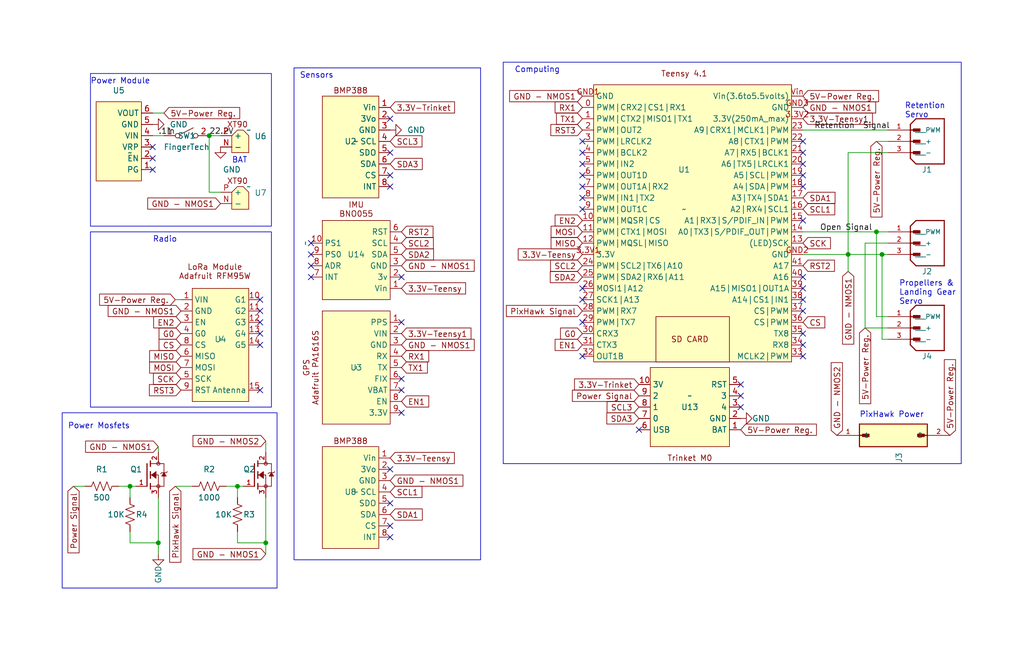
<source format=kicad_sch>
(kicad_sch (version 20230121) (generator eeschema)
  (paper "User" 229.997 150.012)
  (title_block (title "PCB Design Schematic") (date "2024-01-06") (rev "3") (company "Anthony Konstantinidi and Kathleen Arrington"))
  (lib_symbols
    (symbol "BMP388:BMP388"
      (property "Reference" "U" (at 1.27 0 0))
      (symbol "BMP388_1_1"
        (rectangle (start -6.35 10.16) (end 6.35 -12.7) (fill (type background)))
        (text "BMP388" (at 0 11.43 0) (effects (font (size 1.27 1.27))))
        (pin input line (at 8.89 7.62 180) (length 2.54) (name "Vin") (number "1"))
        (pin input line (at 8.89 5.08 180) (length 2.54) (name "3Vo") (number "2"))
        (pin input line (at 8.89 2.54 180) (length 2.54) (name "GND") (number "3"))
        (pin input line (at 8.89 0 180) (length 2.54) (name "SCL") (number "4"))
        (pin input line (at 8.89 -2.54 180) (length 2.54) (name "SDO") (number "5"))
        (pin input line (at 8.89 -5.08 180) (length 2.54) (name "SDA") (number "6"))
        (pin input line (at 8.89 -7.62 180) (length 2.54) (name "CS") (number "7"))
        (pin input line (at 8.89 -10.16 180) (length 2.54) (name "INT") (number "8"))
      )
    )
    (symbol "BNO055:BNO055"
      (property "Reference" "U" (at 0 -1.27 0))
      (symbol "BNO055_1_1"
        (rectangle (start -7.62 7.62) (end 7.62 -10.16) (fill (type background)))
        (text "IMU\nBNO055" (at 0 10.16 0) (effects (font (size 1.27 1.27))))
        (pin bidirectional line (at 10.16 -7.62 180) (length 2.54) (name "Vin") (number "1"))
        (pin bidirectional line (at -10.16 2.54 0) (length 2.54) (name "PS1") (number "10"))
        (pin bidirectional line (at 10.16 -5.08 180) (length 2.54) (name "3v") (number "2"))
        (pin bidirectional line (at 10.16 -2.54 180) (length 2.54) (name "GND") (number "3"))
        (pin bidirectional line (at 10.16 2.54 180) (length 2.54) (name "SCL") (number "4"))
        (pin bidirectional line (at 10.16 0 180) (length 2.54) (name "SDA") (number "5"))
        (pin bidirectional line (at 10.16 5.08 180) (length 2.54) (name "RST") (number "6"))
        (pin bidirectional line (at -10.16 -5.08 0) (length 2.54) (name "INT") (number "7"))
        (pin bidirectional line (at -10.16 -2.54 0) (length 2.54) (name "ADR") (number "8"))
        (pin bidirectional line (at -10.16 0 0) (length 2.54) (name "PS0") (number "9"))
      )
    )
    (symbol "Device:R_US" (pin_numbers hide) (pin_names (offset 0))
      (property "Reference" "R" (at 2.54 0 90))
      (property "Value" "R_US" (at -2.54 0 90))
      (symbol "R_US_0_1"
        (polyline (pts (xy 0 -2.286) (xy 0 -2.54)))
        (polyline (pts (xy 0 2.286) (xy 0 2.54)))
        (polyline (pts (xy 0 -0.762) (xy 1.016 -1.143) (xy 0 -1.524) (xy -1.016 -1.905) (xy 0 -2.286)))
        (polyline (pts (xy 0 0.762) (xy 1.016 0.381) (xy 0 0) (xy -1.016 -0.381) (xy 0 -0.762)))
        (polyline (pts (xy 0 2.286) (xy 1.016 1.905) (xy 0 1.524) (xy -1.016 1.143) (xy 0 0.762)))
      )
      (symbol "R_US_1_1"
        (pin passive line (at 0 3.81 270) (length 1.27) (name "~") (number "1"))
        (pin passive line (at 0 -3.81 90) (length 1.27) (name "~") (number "2"))
      )
    )
    (symbol "GPS:Adafruit_PA1616S"
      (property "Reference" "U" (at 0 0 0))
      (symbol "Adafruit_PA1616S_1_1"
        (rectangle (start -12.7 7.62) (end 12.7 -7.62) (fill (type background)))
        (text "GPS\nAdafruit PA1616S" (at 0 10.16 0) (effects (font (size 1.27 1.27))))
        (pin bidirectional line (at 10.16 -10.16 90) (length 2.54) (name "PPS") (number "1"))
        (pin bidirectional line (at 7.62 -10.16 90) (length 2.54) (name "VIN") (number "2"))
        (pin bidirectional line (at 5.08 -10.16 90) (length 2.54) (name "GND") (number "3"))
        (pin bidirectional line (at 2.54 -10.16 90) (length 2.54) (name "RX") (number "4"))
        (pin bidirectional line (at 0 -10.16 90) (length 2.54) (name "TX") (number "5"))
        (pin bidirectional line (at -2.54 -10.16 90) (length 2.54) (name "FIX") (number "6"))
        (pin bidirectional line (at -5.08 -10.16 90) (length 2.54) (name "VBAT") (number "7"))
        (pin bidirectional line (at -7.62 -10.16 90) (length 2.54) (name "EN") (number "8"))
        (pin bidirectional line (at -10.16 -10.16 90) (length 2.54) (name "3.3V") (number "9"))
      )
    )
    (symbol "MCUs:Teensy_4.1"
      (property "Reference" "U" (at 0 0 0))
      (symbol "Teensy_4.1_1_1"
        (rectangle (start -20.32 27.94) (end 24.13 -34.29) (fill (type background)))
        (rectangle (start -6.35 -24.13) (end 10.16 -34.29))
        (text "SD CARD" (at 1.27 -29.21 0) (effects (font (size 1.27 1.27))))
        (text "Teensy 4.1" (at 0 30.48 0) (effects (font (size 1.27 1.27))))
        (pin input line (at -22.86 22.86 0) (length 2.54) (name "PWM|CRX2|CS1|RX1") (number "0"))
        (pin input line (at -22.86 20.32 0) (length 2.54) (name "PWM|CTX2|MISO1|TX1") (number "1"))
        (pin input line (at -22.86 -2.54 0) (length 2.54) (name "PWM|MQSR|CS") (number "10"))
        (pin input line (at -22.86 -5.08 0) (length 2.54) (name "PWM|CTX1|MOSI") (number "11"))
        (pin input line (at -22.86 -7.62 0) (length 2.54) (name "PWM|MQSL|MISO") (number "12"))
        (pin input line (at 26.67 -7.62 180) (length 2.54) (name "(LED)SCK") (number "13"))
        (pin input line (at 26.67 -5.08 180) (length 2.54) (name "A0|TX3|S/PDIF_OUT|PWM") (number "14"))
        (pin input line (at 26.67 -2.54 180) (length 2.54) (name "A1|RX3|S/PDIF_IN|PWM") (number "15"))
        (pin input line (at 26.67 0 180) (length 2.54) (name "A2|RX4|SCL1") (number "16"))
        (pin input line (at 26.67 2.54 180) (length 2.54) (name "A3|TX4|SDA1") (number "17"))
        (pin input line (at 26.67 5.08 180) (length 2.54) (name "A4|SDA|PWM") (number "18"))
        (pin input line (at 26.67 7.62 180) (length 2.54) (name "A5|SCL|PWM") (number "19"))
        (pin input line (at -22.86 17.78 0) (length 2.54) (name "PWM|OUT2") (number "2"))
        (pin input line (at 26.67 10.16 180) (length 2.54) (name "A6|TX5|LRCLK1") (number "20"))
        (pin input line (at 26.67 12.7 180) (length 2.54) (name "A7|RX5|BCLK1") (number "21"))
        (pin input line (at 26.67 15.24 180) (length 2.54) (name "A8|CTX1|PWM") (number "22"))
        (pin input line (at 26.67 17.78 180) (length 2.54) (name "A9|CRX1|MCLK1|PWM") (number "23"))
        (pin input line (at -22.86 -12.7 0) (length 2.54) (name "PWM|SCL2|TX6|A10") (number "24"))
        (pin input line (at -22.86 -15.24 0) (length 2.54) (name "PWM|SDA2|RX6|A11") (number "25"))
        (pin input line (at -22.86 -17.78 0) (length 2.54) (name "MOSI1|A12") (number "26"))
        (pin input line (at -22.86 -20.32 0) (length 2.54) (name "SCK1|A13") (number "27"))
        (pin input line (at -22.86 -22.86 0) (length 2.54) (name "PWM|RX7") (number "28"))
        (pin input line (at -22.86 -25.4 0) (length 2.54) (name "PWM|TX7") (number "29"))
        (pin input line (at -22.86 15.24 0) (length 2.54) (name "PWM|LRCLK2") (number "3"))
        (pin input line (at -22.86 -10.16 0) (length 2.54) (name "3.3V") (number "3.3V1"))
        (pin input line (at 26.67 20.32 180) (length 2.54) (name "3.3V(250mA_max)") (number "3.3V2"))
        (pin input line (at -22.86 -27.94 0) (length 2.54) (name "CRX3") (number "30"))
        (pin input line (at -22.86 -30.48 0) (length 2.54) (name "CTX3") (number "31"))
        (pin input line (at -22.86 -33.02 0) (length 2.54) (name "OUT1B") (number "32"))
        (pin input line (at 26.67 -33.02 180) (length 2.54) (name "MCLK2|PWM") (number "33"))
        (pin input line (at 26.67 -30.48 180) (length 2.54) (name "RX8") (number "34"))
        (pin input line (at 26.67 -27.94 180) (length 2.54) (name "TX8") (number "35"))
        (pin input line (at 26.67 -25.4 180) (length 2.54) (name "CS|PWM") (number "36"))
        (pin input line (at 26.67 -22.86 180) (length 2.54) (name "CS|PWM") (number "37"))
        (pin input line (at 26.67 -20.32 180) (length 2.54) (name "A14|CS1|IN1") (number "38"))
        (pin input line (at 26.67 -17.78 180) (length 2.54) (name "A15|MISO1|OUT1A") (number "39"))
        (pin input line (at -22.86 12.7 0) (length 2.54) (name "PWM|BCLK2") (number "4"))
        (pin input line (at 26.67 -15.24 180) (length 2.54) (name "A16") (number "40"))
        (pin input line (at 26.67 -12.7 180) (length 2.54) (name "A17") (number "41"))
        (pin input line (at -22.86 10.16 0) (length 2.54) (name "PWM|IN2") (number "5"))
        (pin input line (at -22.86 7.62 0) (length 2.54) (name "PWM|OUT1D") (number "6"))
        (pin input line (at -22.86 5.08 0) (length 2.54) (name "PWM|OUT1A|RX2") (number "7"))
        (pin input line (at -22.86 2.54 0) (length 2.54) (name "PWM|IN1|TX2") (number "8"))
        (pin input line (at -22.86 0 0) (length 2.54) (name "PWM|OUT1C") (number "9"))
        (pin input line (at -22.86 25.4 0) (length 2.54) (name "GND") (number "GND1"))
        (pin input line (at 26.67 -10.16 180) (length 2.54) (name "GND") (number "GND2"))
        (pin input line (at 26.67 22.86 180) (length 2.54) (name "GND") (number "GND3"))
        (pin input line (at 26.67 25.4 180) (length 2.54) (name "Vin(3.6to5.5volts)") (number "Vin"))
      )
    )
    (symbol "Polulu:D36V50F5"
      (property "Reference" "U" (at -3.81 1.27 0))
      (symbol "D36V50F5_1_1"
        (rectangle (start -7.62 11.43) (end 2.54 -6.35) (fill (type background)))
        (pin bidirectional line (at 5.08 -3.81 180) (length 2.54) (name "PG") (number "1"))
        (pin bidirectional line (at 5.08 -1.27 180) (length 2.54) (name "EN") (number "2"))
        (pin bidirectional line (at 5.08 1.27 180) (length 2.54) (name "VRP") (number "3"))
        (pin bidirectional line (at 5.08 3.81 180) (length 2.54) (name "VIN") (number "4"))
        (pin bidirectional line (at 5.08 6.35 180) (length 2.54) (name "GND") (number "5"))
        (pin bidirectional line (at 5.08 8.89 180) (length 2.54) (name "VOUT") (number "6"))
      )
    )
    (symbol "RFModule:Adafruit_RFM95W"
      (property "Reference" "U" (at 2.54 0 90))
      (symbol "Adafruit_RFM95W_1_1"
        (rectangle (start -3.81 11.43) (end 8.89 -13.97) (fill (type background)))
        (text "LoRa Module\nAdafruit RFM95W\n" (at 1.27 15.24 0) (effects (font (size 1.27 1.27))))
        (pin bidirectional line (at -6.35 8.89 0) (length 2.54) (name "VIN") (number "1"))
        (pin bidirectional line (at 11.43 8.89 180) (length 2.54) (name "G1") (number "10"))
        (pin bidirectional line (at 11.43 6.35 180) (length 2.54) (name "G2") (number "11"))
        (pin bidirectional line (at 11.43 3.81 180) (length 2.54) (name "G3") (number "12"))
        (pin bidirectional line (at 11.43 1.27 180) (length 2.54) (name "G4") (number "13"))
        (pin bidirectional line (at 11.43 -1.27 180) (length 2.54) (name "G5") (number "14"))
        (pin bidirectional line (at 11.43 -11.43 180) (length 2.54) (name "Antenna") (number "15"))
        (pin bidirectional line (at -6.35 6.35 0) (length 2.54) (name "GND") (number "2"))
        (pin bidirectional line (at -6.35 3.81 0) (length 2.54) (name "EN") (number "3"))
        (pin bidirectional line (at -6.35 1.27 0) (length 2.54) (name "G0") (number "4"))
        (pin bidirectional line (at -6.35 -8.89 0) (length 2.54) (name "SCK") (number "5"))
        (pin bidirectional line (at -6.35 -3.81 0) (length 2.54) (name "MISO") (number "6"))
        (pin bidirectional line (at -6.35 -6.35 0) (length 2.54) (name "MOSI") (number "7"))
        (pin bidirectional line (at -6.35 -1.27 0) (length 2.54) (name "CS") (number "8"))
        (pin bidirectional line (at -6.35 -11.43 0) (length 2.54) (name "RST") (number "9"))
      )
    )
    (symbol "Switch:SW_SPST" (pin_names (offset 0) hide)
      (property "Reference" "SW" (at 0 3.175 0))
      (property "Value" "SW_SPST" (at 0 -2.54 0))
      (symbol "SW_SPST_0_0"
        (circle (center -2.032 0) (radius 0.508))
        (polyline (pts (xy -1.524 0.254) (xy 1.524 1.778)))
        (circle (center 2.032 0) (radius 0.508))
      )
      (symbol "SW_SPST_1_1"
        (pin passive line (at -5.08 0 0) (length 2.54) (name "A") (number "1"))
        (pin passive line (at 5.08 0 180) (length 2.54) (name "B") (number "2"))
      )
    )
    (symbol "Trinket M0:Trinket_M0"
      (property "Reference" "U" (at 0 0 0))
      (symbol "Trinket_M0_1_1"
        (rectangle (start -8.89 11.43) (end 8.89 -6.35) (fill (type background)))
        (text "Trinket M0\n" (at 0 13.97 0) (effects (font (size 1.27 1.27))))
        (pin bidirectional line (at -11.43 7.62 0) (length 2.54) (name "BAT") (number "1"))
        (pin bidirectional line (at 11.43 -2.54 180) (length 2.54) (name "3V") (number "10"))
        (pin bidirectional line (at -11.43 5.08 0) (length 2.54) (name "GND") (number "2"))
        (pin bidirectional line (at -11.43 2.54 0) (length 2.54) (name "4") (number "3"))
        (pin bidirectional line (at -11.43 0 0) (length 2.54) (name "3") (number "4"))
        (pin bidirectional line (at -11.43 -2.54 0) (length 2.54) (name "RST") (number "5"))
        (pin bidirectional line (at 11.43 7.62 180) (length 2.54) (name "USB") (number "6"))
        (pin bidirectional line (at 11.43 5.08 180) (length 2.54) (name "0") (number "7"))
        (pin bidirectional line (at 11.43 2.54 180) (length 2.54) (name "1") (number "8"))
        (pin bidirectional line (at 11.43 0 180) (length 2.54) (name "2") (number "9"))
      )
    )
    (symbol "XT90_1"
      (property "Reference" "U" (at -1.27 -2.54 0))
      (symbol "XT90_1_1_1"
        (polyline (pts (xy -3.81 -5.08) (xy 0 -5.08) (xy 0 -1.27) (xy -1.27 0) (xy -2.54 0) (xy -3.81 -1.27) (xy -3.81 -5.08)) (fill (type background)))
        (text "XT90\n" (at -2.54 1.27 0) (effects (font (size 1.27 1.27))))
        (pin input line (at -6.35 -3.81 0) (length 2.54) (name "-") (number "N"))
        (pin input line (at -6.35 -1.27 0) (length 2.54) (name "+") (number "P"))
      )
    )
    (symbol "molex2pin:460150206" (pin_names (offset 1.016))
      (property "Reference" "J" (at -7.62 3.81 0))
      (property "Value" "460150206" (at -7.62 -5.08 0))
      (symbol "460150206_0_0"
        (rectangle (start -7.62 -2.54) (end 7.62 2.54) (stroke (width 0.254)) (fill (type background)))
        (rectangle (start -6.985 -0.3175) (end -5.3975 0.3175) (stroke (width 0.1)) (fill (type outline)))
        (polyline (pts (xy -7.62 0) (xy -5.715 0)) (stroke (width 0.254)))
        (polyline (pts (xy 7.62 0) (xy 5.715 0)) (stroke (width 0.254)))
        (rectangle (start 5.3975 -0.3175) (end 6.985 0.3175) (stroke (width 0.1)) (fill (type outline)))
        (pin passive line (at -12.7 0 0) (length 5.08) (name "1") (number "1"))
        (pin passive line (at 12.7 0 180) (length 5.08) (name "2") (number "2"))
      )
    )
    (symbol "molexConnector:532540370" (pin_names (offset 1.016))
      (property "Reference" "J" (at 0 6.35 0))
      (property "Value" "532540370" (at 0 -7.62 0))
      (symbol "532540370_0_0"
        (polyline (pts (xy 0 -3.81) (xy 1.27 -5.08)) (stroke (width 0.254)))
        (polyline (pts (xy 0 -2.54) (xy 1.905 -2.54)) (stroke (width 0.254)))
        (polyline (pts (xy 0 0) (xy 1.905 0)) (stroke (width 0.254)))
        (polyline (pts (xy 0 2.54) (xy 0 -3.81)) (stroke (width 0.254)))
        (polyline (pts (xy 0 2.54) (xy 1.905 2.54)) (stroke (width 0.254)))
        (polyline (pts (xy 0 3.81) (xy 0 2.54)) (stroke (width 0.254)))
        (polyline (pts (xy 0 3.81) (xy 1.27 5.08)) (stroke (width 0.254)))
        (polyline (pts (xy 1.27 -5.08) (xy 7.62 -5.08)) (stroke (width 0.254)))
        (polyline (pts (xy 7.62 -5.08) (xy 7.62 5.08)) (stroke (width 0.254)))
        (polyline (pts (xy 7.62 5.08) (xy 1.27 5.08)) (stroke (width 0.254)))
        (rectangle (start 0.635 -2.8575) (end 2.2225 -2.2225) (stroke (width 0.1)) (fill (type outline)))
        (rectangle (start 0.635 0.3175) (end 2.2225 -0.3175) (stroke (width 0.1)) (fill (type outline)))
        (rectangle (start 0.635 2.2225) (end 2.2225 2.8575) (stroke (width 0.1)) (fill (type outline)))
      )
      (symbol "532540370_1_0"
        (pin passive line (at -5.08 2.54 0) (length 5.08) (name "___PWM") (number "1"))
        (pin passive line (at -5.08 0 0) (length 5.08) (name "___+") (number "2"))
        (pin passive line (at -5.08 -2.54 0) (length 5.08) (name "___-") (number "3"))
      )
    )
    (symbol "power:GND" (power) (pin_names (offset 0))
      (property "Value" "GND" (at 0 -3.81 0))
      (symbol "GND_0_1"
        (polyline (pts (xy 0 0) (xy 0 -1.27) (xy 1.27 -1.27) (xy 0 -2.54) (xy -1.27 -1.27) (xy 0 -1.27)))
      )
      (symbol "GND_1_1"
        (pin power_in line (at 0 0 270) (length 0) hide (name "GND") (number "1"))
      )
    )
    (symbol "teensyMosfet:CSD19503KCS" (pin_names (offset 1.016))
      (property "Reference" "Q" (at 6.096 1.778 0))
      (property "Value" "CSD19503KCS" (at 6.096 -0.762 0))
      (symbol "CSD19503KCS_0_0"
        (polyline (pts (xy 0 2.54) (xy 0 -2.54)) (stroke (width 0.254)))
        (polyline (pts (xy 0.762 -2.54) (xy 0.762 -3.175)) (stroke (width 0.254)))
        (polyline (pts (xy 0.762 -1.905) (xy 0.762 -2.54)) (stroke (width 0.254)))
        (polyline (pts (xy 0.762 0) (xy 0.762 -0.762)) (stroke (width 0.254)))
        (polyline (pts (xy 0.762 0) (xy 2.54 0)) (stroke (width 0.1524)))
        (polyline (pts (xy 0.762 0.762) (xy 0.762 0)) (stroke (width 0.254)))
        (polyline (pts (xy 0.762 2.54) (xy 0.762 1.905)) (stroke (width 0.254)))
        (polyline (pts (xy 0.762 2.54) (xy 3.81 2.54)) (stroke (width 0.1524)))
        (polyline (pts (xy 0.762 3.175) (xy 0.762 2.54)) (stroke (width 0.254)))
        (polyline (pts (xy 2.54 -2.54) (xy 0.762 -2.54)) (stroke (width 0.1524)))
        (polyline (pts (xy 2.54 -2.54) (xy 3.81 -2.54)) (stroke (width 0.1524)))
        (polyline (pts (xy 2.54 0) (xy 2.54 -2.54)) (stroke (width 0.1524)))
        (polyline (pts (xy 3.302 0.508) (xy 3.048 0.254)) (stroke (width 0.1524)))
        (polyline (pts (xy 3.81 0.508) (xy 3.302 0.508)) (stroke (width 0.1524)))
        (polyline (pts (xy 3.81 0.508) (xy 3.81 -2.54)) (stroke (width 0.1524)))
        (polyline (pts (xy 3.81 2.54) (xy 3.81 0.508)) (stroke (width 0.1524)))
        (polyline (pts (xy 4.318 0.508) (xy 3.81 0.508)) (stroke (width 0.1524)))
        (polyline (pts (xy 4.572 0.762) (xy 4.318 0.508)) (stroke (width 0.1524)))
        (polyline (pts (xy 1.016 0) (xy 2.032 0.762) (xy 2.032 -0.762) (xy 1.016 0)) (stroke (width 0.1524)) (fill (type outline)))
        (polyline (pts (xy 3.81 0.508) (xy 3.302 -0.254) (xy 4.318 -0.254) (xy 3.81 0.508)) (stroke (width 0.1524)) (fill (type outline)))
        (circle (center 2.54 -2.54) (radius 0.3592))
        (circle (center 2.54 2.54) (radius 0.3592))
        (pin passive line (at -2.54 -2.54 0) (length 2.54) (name "~") (number "1"))
        (pin passive line (at 2.54 5.08 270) (length 2.54) (name "~") (number "2"))
        (pin passive line (at 2.54 -5.08 90) (length 2.54) (name "~") (number "3"))
      )
    )
  )
  (junction (at 198.12 57.15))
  (junction (at 196.85 52.07))
  (junction (at 35.56 121.92))
  (junction (at 59.69 121.92))
  (junction (at 46.99 30.48))
  (junction (at 190.5 57.15))
  (junction (at 53.34 109.22))
  (junction (at 29.21 109.22))
  (no_connect (at 69.85 62.23))
  (no_connect (at 180.34 67.31))
  (no_connect (at 166.37 86.36))
  (no_connect (at 87.63 39.37))
  (no_connect (at 130.81 34.29))
  (no_connect (at 143.51 96.52))
  (no_connect (at 180.34 74.93))
  (no_connect (at 130.81 80.01))
  (no_connect (at 130.81 44.45))
  (no_connect (at 180.34 39.37))
  (no_connect (at 34.29 38.1))
  (no_connect (at 34.29 35.56))
  (no_connect (at 130.81 67.31))
  (no_connect (at 180.34 34.29))
  (no_connect (at 87.63 41.91))
  (no_connect (at 130.81 39.37))
  (no_connect (at 90.17 87.63))
  (no_connect (at 87.63 34.29))
  (no_connect (at 34.29 33.02))
  (no_connect (at 130.81 46.99))
  (no_connect (at 180.34 80.01))
  (no_connect (at 180.34 77.47))
  (no_connect (at 180.34 64.77))
  (no_connect (at 90.17 62.23))
  (no_connect (at 58.42 87.63))
  (no_connect (at 90.17 92.71))
  (no_connect (at 130.81 72.39))
  (no_connect (at 90.17 85.09))
  (no_connect (at 58.42 74.93))
  (no_connect (at 130.81 64.77))
  (no_connect (at 180.34 49.53))
  (no_connect (at 180.34 62.23))
  (no_connect (at 58.42 77.47))
  (no_connect (at 90.17 72.39))
  (no_connect (at 87.63 105.41))
  (no_connect (at 130.81 31.75))
  (no_connect (at 180.34 41.91))
  (no_connect (at 58.42 67.31))
  (no_connect (at 87.63 26.67))
  (no_connect (at 69.85 57.15))
  (no_connect (at 87.63 120.65))
  (no_connect (at 58.42 72.39))
  (no_connect (at 69.85 59.69))
  (no_connect (at 166.37 88.9))
  (no_connect (at 58.42 69.85))
  (no_connect (at 87.63 118.11))
  (no_connect (at 87.63 113.03))
  (no_connect (at 130.81 36.83))
  (no_connect (at 130.81 41.91))
  (no_connect (at 180.34 31.75))
  (no_connect (at 180.34 69.85))
  (no_connect (at 166.37 91.44))
  (no_connect (at 180.34 36.83))
  (no_connect (at 69.85 54.61))
  (wire (pts (xy 35.56 121.92) (xy 35.56 124.46)))
  (wire (pts (xy 196.85 31.75) (xy 199.39 31.75)))
  (wire (pts (xy 53.34 109.22) (xy 54.61 109.22)))
  (wire (pts (xy 180.34 29.21) (xy 199.39 29.21)))
  (wire (pts (xy 29.21 119.38) (xy 29.21 121.92)))
  (wire (pts (xy 46.99 30.48) (xy 49.53 30.48)))
  (wire (pts (xy 16.51 109.22) (xy 19.05 109.22)))
  (wire (pts (xy 29.21 121.92) (xy 35.56 121.92)))
  (wire (pts (xy 196.85 52.07) (xy 199.39 52.07)))
  (wire (pts (xy 190.5 60.96) (xy 190.5 57.15)))
  (wire (pts (xy 198.12 57.15) (xy 199.39 57.15)))
  (wire (pts (xy 59.69 99.06) (xy 59.69 101.6)))
  (wire (pts (xy 198.12 57.15) (xy 198.12 76.2)))
  (wire (pts (xy 35.56 111.76) (xy 35.56 121.92)))
  (wire (pts (xy 39.37 109.22) (xy 43.18 109.22)))
  (wire (pts (xy 194.31 54.61) (xy 199.39 54.61)))
  (wire (pts (xy 59.69 121.92) (xy 59.69 111.76)))
  (wire (pts (xy 190.5 57.15) (xy 180.34 57.15)))
  (wire (pts (xy 53.34 109.22) (xy 53.34 111.76)))
  (wire (pts (xy 194.31 54.61) (xy 194.31 73.66)))
  (wire (pts (xy 36.83 25.4) (xy 34.29 25.4)))
  (wire (pts (xy 53.34 119.38) (xy 53.34 121.92)))
  (wire (pts (xy 46.99 43.18) (xy 49.53 43.18)))
  (wire (pts (xy 196.85 52.07) (xy 196.85 71.12)))
  (wire (pts (xy 53.34 121.92) (xy 59.69 121.92)))
  (wire (pts (xy 50.8 109.22) (xy 53.34 109.22)))
  (wire (pts (xy 46.99 30.48) (xy 46.99 43.18)))
  (wire (pts (xy 194.31 73.66) (xy 199.39 73.66)))
  (wire (pts (xy 59.69 124.46) (xy 59.69 121.92)))
  (wire (pts (xy 39.37 67.31) (xy 40.64 67.31)))
  (wire (pts (xy 34.29 30.48) (xy 36.83 30.48)))
  (wire (pts (xy 180.34 52.07) (xy 196.85 52.07)))
  (wire (pts (xy 190.5 57.15) (xy 198.12 57.15)))
  (wire (pts (xy 190.5 34.29) (xy 190.5 57.15)))
  (wire (pts (xy 199.39 71.12) (xy 196.85 71.12)))
  (wire (pts (xy 199.39 76.2) (xy 198.12 76.2)))
  (wire (pts (xy 29.21 109.22) (xy 29.21 111.76)))
  (wire (pts (xy 35.56 100.33) (xy 35.56 101.6)))
  (wire (pts (xy 29.21 109.22) (xy 30.48 109.22)))
  (wire (pts (xy 199.39 34.29) (xy 190.5 34.29)))
  (wire (pts (xy 26.67 109.22) (xy 29.21 109.22)))
  (rectangle (start 113.03 13.97) (end 215.9 104.14))
  (rectangle (start 66.04 15.24) (end 107.95 125.73))
  (rectangle (start 20.32 52.07) (end 60.96 91.44))
  (rectangle (start 20.32 16.51) (end 60.96 50.8))
  (rectangle (start 13.97 92.71) (end 62.23 132.08))
  (text "Power Module" (at 20.32 19.05 0) (effects (font (size 1.27 1.27)) (justify left bottom)))
  (text "BAT" (at 52.07 36.83 0) (effects (font (size 1.27 1.27)) (justify left bottom)))
  (text "Computing" (at 115.57 16.51 0) (effects (font (size 1.27 1.27)) (justify left bottom)))
  (text "Power Mosfets\n" (at 15.24 96.52 0) (effects (font (size 1.27 1.27)) (justify left bottom)))
  (text "Sensors" (at 67.31 17.78 0) (effects (font (size 1.27 1.27)) (justify left bottom)))
  (text "Radio" (at 34.29 54.61 0) (effects (font (size 1.27 1.27)) (justify left bottom)))
  (text "Propellers &\nLanding Gear\nServo\n" (at 201.93 68.58 0) (effects (font (size 1.27 1.27)) (justify left bottom)))
  (text "Retention\nServo\n" (at 203.2 26.67 0) (effects (font (size 1.27 1.27)) (justify left bottom)))
  (text "PixHawk Power" (at 193.04 93.98 0) (effects (font (size 1.27 1.27)) (justify left bottom)))
  (label "22.2V" (at 46.99 30.48 0))
  (label ".1in" (at 35.56 30.48 0))
  (label "Retention  Signal" (at 182.88 29.21 0))
  (label "Open Signal" (at 184.15 52.07 0))
  (global_label "5V-Power Reg." (shape input) (at 196.85 31.75 270) (property "Intersheetrefs" "${INTERSHEET_REFS}" (effects hide)))
  (global_label "GND - NMOS1" (shape input) (at 90.17 59.69 0) (property "Intersheetrefs" "${INTERSHEET_REFS}" (effects hide)))
  (global_label "SCL2" (shape input) (at 90.17 54.61 0) (property "Intersheetrefs" "${INTERSHEET_REFS}" (effects hide)))
  (global_label "3.3V-Trinket" (shape input) (at 143.51 86.36 180) (property "Intersheetrefs" "${INTERSHEET_REFS}" (effects hide)))
  (global_label "GND - NMOS1" (shape input) (at 90.17 77.47 0) (property "Intersheetrefs" "${INTERSHEET_REFS}" (effects hide)))
  (global_label "SDA1" (shape input) (at 87.63 115.57 0) (property "Intersheetrefs" "${INTERSHEET_REFS}" (effects hide)))
  (global_label "MOSI" (shape input) (at 130.81 52.07 180) (property "Intersheetrefs" "${INTERSHEET_REFS}" (effects hide)))
  (global_label "GND - NMOS1" (shape input) (at 130.81 21.59 180) (property "Intersheetrefs" "${INTERSHEET_REFS}" (effects hide)))
  (global_label "MISO" (shape input) (at 40.64 80.01 180) (property "Intersheetrefs" "${INTERSHEET_REFS}" (effects hide)))
  (global_label "MOSI" (shape input) (at 40.64 82.55 180) (property "Intersheetrefs" "${INTERSHEET_REFS}" (effects hide)))
  (global_label "TX1" (shape input) (at 130.81 26.67 180) (property "Intersheetrefs" "${INTERSHEET_REFS}" (effects hide)))
  (global_label "RST2" (shape input) (at 90.17 52.07 0) (property "Intersheetrefs" "${INTERSHEET_REFS}" (effects hide)))
  (global_label "EN1" (shape input) (at 130.81 77.47 180) (property "Intersheetrefs" "${INTERSHEET_REFS}" (effects hide)))
  (global_label "GND - NMOS1" (shape input) (at 59.69 124.46 180) (property "Intersheetrefs" "${INTERSHEET_REFS}" (effects hide)))
  (global_label "SCL1" (shape input) (at 87.63 110.49 0) (property "Intersheetrefs" "${INTERSHEET_REFS}" (effects hide)))
  (global_label "GND - NMOS1" (shape input) (at 35.56 100.33 180) (property "Intersheetrefs" "${INTERSHEET_REFS}" (effects hide)))
  (global_label "5V-Power Reg." (shape input) (at 36.83 25.4 0) (property "Intersheetrefs" "${INTERSHEET_REFS}" (effects hide)))
  (global_label "TX1" (shape input) (at 90.17 82.55 0) (property "Intersheetrefs" "${INTERSHEET_REFS}" (effects hide)))
  (global_label "EN1" (shape input) (at 90.17 90.17 0) (property "Intersheetrefs" "${INTERSHEET_REFS}" (effects hide)))
  (global_label "RST3" (shape input) (at 130.81 29.21 180) (property "Intersheetrefs" "${INTERSHEET_REFS}" (effects hide)))
  (global_label "G0" (shape input) (at 130.81 74.93 180) (property "Intersheetrefs" "${INTERSHEET_REFS}" (effects hide)))
  (global_label "CS" (shape input) (at 180.34 72.39 0) (property "Intersheetrefs" "${INTERSHEET_REFS}" (effects hide)))
  (global_label "5V-Power Reg." (shape input) (at 194.31 73.66 270) (property "Intersheetrefs" "${INTERSHEET_REFS}" (effects hide)))
  (global_label "5V-Power Reg." (shape input) (at 166.37 96.52 0) (property "Intersheetrefs" "${INTERSHEET_REFS}" (effects hide)))
  (global_label "SDA2" (shape input) (at 90.17 57.15 0) (property "Intersheetrefs" "${INTERSHEET_REFS}" (effects hide)))
  (global_label "CS" (shape input) (at 40.64 77.47 180) (property "Intersheetrefs" "${INTERSHEET_REFS}" (effects hide)))
  (global_label "RX1" (shape input) (at 130.81 24.13 180) (property "Intersheetrefs" "${INTERSHEET_REFS}" (effects hide)))
  (global_label "SCL3" (shape input) (at 87.63 31.75 0) (property "Intersheetrefs" "${INTERSHEET_REFS}" (effects hide)))
  (global_label "GND - NMOS2" (shape input) (at 59.69 99.06 180) (property "Intersheetrefs" "${INTERSHEET_REFS}" (effects hide)))
  (global_label "5V-Power Reg." (shape input) (at 39.37 67.31 180) (property "Intersheetrefs" "${INTERSHEET_REFS}" (effects hide)))
  (global_label "SCK" (shape input) (at 180.34 54.61 0) (property "Intersheetrefs" "${INTERSHEET_REFS}" (effects hide)))
  (global_label "MISO" (shape input) (at 130.81 54.61 180) (property "Intersheetrefs" "${INTERSHEET_REFS}" (effects hide)))
  (global_label "5V-Power Reg." (shape input) (at 180.34 21.59 0) (property "Intersheetrefs" "${INTERSHEET_REFS}" (effects hide)))
  (global_label "GND - NMOS1" (shape input) (at 49.53 45.72 180) (property "Intersheetrefs" "${INTERSHEET_REFS}" (effects hide)))
  (global_label "SCL1" (shape input) (at 180.34 46.99 0) (property "Intersheetrefs" "${INTERSHEET_REFS}" (effects hide)))
  (global_label "RST3" (shape input) (at 40.64 87.63 180) (property "Intersheetrefs" "${INTERSHEET_REFS}" (effects hide)))
  (global_label "3.3V-Teensy1" (shape input) (at 90.17 74.93 0) (property "Intersheetrefs" "${INTERSHEET_REFS}" (effects hide)))
  (global_label "SCL3" (shape input) (at 143.51 91.44 180) (property "Intersheetrefs" "${INTERSHEET_REFS}" (effects hide)))
  (global_label "SCL2" (shape input) (at 130.81 59.69 180) (property "Intersheetrefs" "${INTERSHEET_REFS}" (effects hide)))
  (global_label "SDA2" (shape input) (at 130.81 62.23 180) (property "Intersheetrefs" "${INTERSHEET_REFS}" (effects hide)))
  (global_label "EN2" (shape input) (at 130.81 49.53 180) (property "Intersheetrefs" "${INTERSHEET_REFS}" (effects hide)))
  (global_label "SDA1" (shape input) (at 180.34 44.45 0) (property "Intersheetrefs" "${INTERSHEET_REFS}" (effects hide)))
  (global_label "PixHawk Signal" (shape input) (at 39.37 109.22 270) (property "Intersheetrefs" "${INTERSHEET_REFS}" (effects hide)))
  (global_label "3.3V-Trinket" (shape input) (at 87.63 24.13 0) (property "Intersheetrefs" "${INTERSHEET_REFS}" (effects hide)))
  (global_label "GND - NMOS2" (shape input) (at 187.96 97.79 90) (property "Intersheetrefs" "${INTERSHEET_REFS}" (effects hide)))
  (global_label "SDA3" (shape input) (at 143.51 93.98 180) (property "Intersheetrefs" "${INTERSHEET_REFS}" (effects hide)))
  (global_label "PixHawk Signal" (shape input) (at 130.81 69.85 180) (property "Intersheetrefs" "${INTERSHEET_REFS}" (effects hide)))
  (global_label "EN2" (shape input) (at 40.64 72.39 180) (property "Intersheetrefs" "${INTERSHEET_REFS}" (effects hide)))
  (global_label "RST2" (shape input) (at 180.34 59.69 0) (property "Intersheetrefs" "${INTERSHEET_REFS}" (effects hide)))
  (global_label "G0" (shape input) (at 40.64 74.93 180) (property "Intersheetrefs" "${INTERSHEET_REFS}" (effects hide)))
  (global_label "3.3V-Teensy1" (shape input) (at 180.34 26.67 0) (property "Intersheetrefs" "${INTERSHEET_REFS}" (effects hide)))
  (global_label "3.3V-Teensy" (shape input) (at 90.17 64.77 0) (property "Intersheetrefs" "${INTERSHEET_REFS}" (effects hide)))
  (global_label "GND - NMOS1" (shape input) (at 87.63 107.95 0) (property "Intersheetrefs" "${INTERSHEET_REFS}" (effects hide)))
  (global_label "RX1" (shape input) (at 90.17 80.01 0) (property "Intersheetrefs" "${INTERSHEET_REFS}" (effects hide)))
  (global_label "Power Signal" (shape input) (at 143.51 88.9 180) (property "Intersheetrefs" "${INTERSHEET_REFS}" (effects hide)))
  (global_label "GND - NMOS1" (shape input) (at 40.64 69.85 180) (property "Intersheetrefs" "${INTERSHEET_REFS}" (effects hide)))
  (global_label "GND - NMOS1" (shape input) (at 180.34 24.13 0) (property "Intersheetrefs" "${INTERSHEET_REFS}" (effects hide)))
  (global_label "GND - NMOS1" (shape input) (at 190.5 60.96 270) (property "Intersheetrefs" "${INTERSHEET_REFS}" (effects hide)))
  (global_label "3.3V-Teensy" (shape input) (at 130.81 57.15 180) (property "Intersheetrefs" "${INTERSHEET_REFS}" (effects hide)))
  (global_label "3.3V-Teensy" (shape input) (at 87.63 102.87 0) (property "Intersheetrefs" "${INTERSHEET_REFS}" (effects hide)))
  (global_label "SDA3" (shape input) (at 87.63 36.83 0) (property "Intersheetrefs" "${INTERSHEET_REFS}" (effects hide)))
  (global_label "Power Signal" (shape input) (at 16.51 109.22 270) (property "Intersheetrefs" "${INTERSHEET_REFS}" (effects hide)))
  (global_label "SCK" (shape input) (at 40.64 85.09 180) (property "Intersheetrefs" "${INTERSHEET_REFS}" (effects hide)))
  (global_label "5V-Power Reg." (shape input) (at 213.36 97.79 90) (property "Intersheetrefs" "${INTERSHEET_REFS}" (effects hide)))
  (symbol (lib_id "GPS:Adafruit_PA1616S") (at 80.01 82.55 90) (unit 1)
    (property "Reference" "U3" (at 80.01 82.55 90))
    (property "Value" "~" (at 80.01 82.55 0))
    (property "Footprint" "adafruit gps:GPS_adafruit" (effects hide))
  )
  (symbol (lib_id "power:GND") (at 166.37 93.98 90) (unit 1)
    (property "Reference" "#PWR024" (effects hide))
    (property "Value" "GND" (at 168.91 93.98 90) (effects (justify right)))
  )
  (symbol (lib_id "teensyMosfet:CSD19503KCS") (at 57.15 106.68 0) (unit 1)
    (property "Reference" "Q2" (at 54.61 105.41 0) (effects (justify left)))
    (property "Value" "CSD19503KCS" (effects hide))
    (property "Footprint" "teensyMosfet:teensyMosfet" (effects hide))
    (property "MF" "Texas Instruments" (effects hide))
    (property "MAXIMUM_PACKAGE_HEIGHT" "19.65 mm" (effects hide))
    (property "Package" "TO-220-3 Texas Instruments" (effects hide))
    (property "Price" "None" (effects hide))
    (property "Check_prices" "https://www.snapeda.com/parts/CSD19503KCS/Texas+Instruments/view-part/?ref=eda" (effects hide))
    (property "STANDARD" "IPC 7351B" (effects hide))
    (property "PARTREV" "08/2018" (effects hide))
    (property "SnapEDA_Link" "https://www.snapeda.com/parts/CSD19503KCS/Texas+Instruments/view-part/?ref=snap" (effects hide))
    (property "MP" "CSD19503KCS" (effects hide))
    (property "Purchase-URL" "https://www.snapeda.com/api/url_track_click_mouser/?unipart_id=808462&manufacturer=Texas Instruments&part_name=CSD19503KCS&search_term=mosfet" (effects hide))
    (property "Description" "\n80-V, N channel NexFET™ power MOSFET, single TO-220, 9.2 mOhm\n" (effects hide))
    (property "Availability" "In Stock" (effects hide))
    (property "MANUFACTURER" "Texas Instruments" (effects hide))
  )
  (symbol (lib_id "molexConnector:532540370") (at 204.47 73.66 0) (unit 1)
    (property "Reference" "J4" (at 207.01 80.01 0) (effects (justify left)))
    (property "Value" "532540370" (effects hide))
    (property "Footprint" "JST-XH3:JST-XH3" (effects hide))
    (property "MF" "Molex" (effects hide))
    (property "MAXIMUM_PACKAGE_HEIGHT" "4.2 mm" (effects hide))
    (property "Package" "None" (effects hide))
    (property "Price" "None" (effects hide))
    (property "Check_prices" "https://www.snapeda.com/parts/53254-0370/Molex/view-part/?ref=eda" (effects hide))
    (property "STANDARD" "Manufacturer Recommendations" (effects hide))
    (property "PARTREV" "A" (effects hide))
    (property "SnapEDA_Link" "https://www.snapeda.com/parts/53254-0370/Molex/view-part/?ref=snap" (effects hide))
    (property "MP" "53254-0370" (effects hide))
    (property "Description" "\nMicro-Latch 2.0mm Header rightangle 3way | Molex Incorporated 53254-0370\n" (effects hide))
    (property "Availability" "In Stock" (effects hide))
    (property "MANUFACTURER" "Molex" (effects hide))
  )
  (symbol (lib_name "XT90_1") (lib_id "PowerConnectors:XT90") (at 55.88 41.91 0) (unit 1)
    (property "Reference" "U7" (at 57.15 43.3042 0) (effects (justify left)))
    (property "Value" "~" (at 55.88 41.91 0))
    (property "Footprint" "XT60:AMASS_XT60-M" (effects hide))
  )
  (symbol (lib_id "Device:R_US") (at 22.86 109.22 90) (unit 1)
    (property "Reference" "R1" (at 22.86 105.41 90))
    (property "Value" "500" (at 22.86 111.76 90))
    (property "Footprint" "500Ohm:RESC3216X65N" (effects hide))
  )
  (symbol (lib_id "Polulu:D36V50F5") (at 29.21 34.29 0) (unit 1)
    (property "Reference" "U5" (at 26.67 20.32 0))
    (property "Value" "~" (at 29.21 34.29 0))
    (property "Footprint" "poluluRegulator:VoltageRegulator" (effects hide))
  )
  (symbol (lib_id "MCUs:Teensy_4.1") (at 153.67 46.99 0) (unit 1)
    (property "Reference" "U1" (at 153.67 38.1 0))
    (property "Value" "~" (at 153.67 46.99 0))
    (property "Footprint" "Teensy:TEENSY41" (effects hide))
  )
  (symbol (lib_id "Device:R_US") (at 46.99 109.22 90) (unit 1)
    (property "Reference" "R2" (at 46.99 105.41 90))
    (property "Value" "1000" (at 46.99 111.76 90))
    (property "Footprint" "1kOhm:RESC3216X70N" (effects hide))
  )
  (symbol (lib_id "power:GND") (at 87.63 29.21 90) (unit 1)
    (property "Reference" "#PWR03" (effects hide))
    (property "Value" "GND" (at 91.44 29.21 90) (effects (justify right)))
  )
  (symbol (lib_id "molexConnector:532540370") (at 204.47 54.61 0) (unit 1)
    (property "Reference" "J2" (at 207.01 60.96 0) (effects (justify left)))
    (property "Value" "532540370" (effects hide))
    (property "Footprint" "JST-XH3:JST-XH3" (effects hide))
    (property "MF" "Molex" (effects hide))
    (property "MAXIMUM_PACKAGE_HEIGHT" "4.2 mm" (effects hide))
    (property "Package" "None" (effects hide))
    (property "Price" "None" (effects hide))
    (property "Check_prices" "https://www.snapeda.com/parts/53254-0370/Molex/view-part/?ref=eda" (effects hide))
    (property "STANDARD" "Manufacturer Recommendations" (effects hide))
    (property "PARTREV" "A" (effects hide))
    (property "SnapEDA_Link" "https://www.snapeda.com/parts/53254-0370/Molex/view-part/?ref=snap" (effects hide))
    (property "MP" "53254-0370" (effects hide))
    (property "Description" "\nMicro-Latch 2.0mm Header rightangle 3way | Molex Incorporated 53254-0370\n" (effects hide))
    (property "Availability" "In Stock" (effects hide))
    (property "MANUFACTURER" "Molex" (effects hide))
  )
  (symbol (lib_id "molexConnector:532540370") (at 204.47 31.75 0) (unit 1)
    (property "Reference" "J1" (at 207.01 38.1 0) (effects (justify left)))
    (property "Value" "532540370" (effects hide))
    (property "Footprint" "JST-XH3:JST-XH3" (effects hide))
    (property "MF" "Molex" (effects hide))
    (property "MAXIMUM_PACKAGE_HEIGHT" "4.2 mm" (effects hide))
    (property "Package" "None" (effects hide))
    (property "Price" "None" (effects hide))
    (property "Check_prices" "https://www.snapeda.com/parts/53254-0370/Molex/view-part/?ref=eda" (effects hide))
    (property "STANDARD" "Manufacturer Recommendations" (effects hide))
    (property "PARTREV" "A" (effects hide))
    (property "SnapEDA_Link" "https://www.snapeda.com/parts/53254-0370/Molex/view-part/?ref=snap" (effects hide))
    (property "MP" "53254-0370" (effects hide))
    (property "Description" "\nMicro-Latch 2.0mm Header rightangle 3way | Molex Incorporated 53254-0370\n" (effects hide))
    (property "Availability" "In Stock" (effects hide))
    (property "MANUFACTURER" "Molex" (effects hide))
  )
  (symbol (lib_name "XT90_1") (lib_id "PowerConnectors:XT90") (at 55.88 29.21 0) (unit 1)
    (property "Reference" "U6" (at 57.15 30.6042 0) (effects (justify left)))
    (property "Value" "~" (at 55.88 29.21 0))
    (property "Footprint" "XT60:AMASS_XT60-M" (effects hide))
  )
  (symbol (lib_id "BMP388:BMP388") (at 78.74 110.49 0) (unit 1)
    (property "Reference" "U8" (at 78.74 110.49 0))
    (property "Value" "~" (at 80.01 110.49 0))
    (property "Footprint" "BMP388:BMP388" (effects hide))
  )
  (symbol (lib_id "teensyMosfet:CSD19503KCS") (at 33.02 106.68 0) (unit 1)
    (property "Reference" "Q1" (at 29.21 105.41 0) (effects (justify left)))
    (property "Value" "CSD19503KCS" (effects hide))
    (property "Footprint" "teensyMosfet:teensyMosfet" (effects hide))
    (property "MF" "Texas Instruments" (effects hide))
    (property "MAXIMUM_PACKAGE_HEIGHT" "19.65 mm" (effects hide))
    (property "Package" "TO-220-3 Texas Instruments" (effects hide))
    (property "Price" "None" (effects hide))
    (property "Check_prices" "https://www.snapeda.com/parts/CSD19503KCS/Texas+Instruments/view-part/?ref=eda" (effects hide))
    (property "STANDARD" "IPC 7351B" (effects hide))
    (property "PARTREV" "08/2018" (effects hide))
    (property "SnapEDA_Link" "https://www.snapeda.com/parts/CSD19503KCS/Texas+Instruments/view-part/?ref=snap" (effects hide))
    (property "MP" "CSD19503KCS" (effects hide))
    (property "Purchase-URL" "https://www.snapeda.com/api/url_track_click_mouser/?unipart_id=808462&manufacturer=Texas Instruments&part_name=CSD19503KCS&search_term=mosfet" (effects hide))
    (property "Description" "\n80-V, N channel NexFET™ power MOSFET, single TO-220, 9.2 mOhm\n" (effects hide))
    (property "Availability" "In Stock" (effects hide))
    (property "MANUFACTURER" "Texas Instruments" (effects hide))
  )
  (symbol (lib_id "Switch:SW_SPST") (at 41.91 30.48 0) (unit 1)
    (property "Reference" "SW1" (at 41.91 30.48 0))
    (property "Value" "FingerTech" (at 41.91 33.02 0))
    (property "Footprint" "FingerTech:FingerTech" (effects hide))
  )
  (symbol (lib_id "Device:R_US") (at 53.34 115.57 180) (unit 1)
    (property "Reference" "R3" (at 54.61 115.57 0) (effects (justify right)))
    (property "Value" "10K" (at 48.26 115.57 0) (effects (justify right)))
    (property "Footprint" "10KOhm:RESC3216X70N" (effects hide))
  )
  (symbol (lib_id "BNO055:BNO055") (at 80.01 57.15 0) (unit 1)
    (property "Reference" "U14" (at 80.01 57.15 0))
    (property "Value" "~" (at 68.58 54.61 90))
    (property "Footprint" "BNO055:BNO055" (effects hide))
  )
  (symbol (lib_id "power:GND") (at 35.56 124.46 0) (unit 1)
    (property "Reference" "#PWR01" (effects hide))
    (property "Value" "GND" (at 35.56 127 90) (effects (justify right)))
  )
  (symbol (lib_id "Trinket M0:Trinket_M0") (at 154.94 88.9 180) (unit 1)
    (property "Reference" "U13" (at 154.94 91.44 0))
    (property "Value" "~" (at 154.94 88.9 0))
    (property "Footprint" "Trinket M0:Trinket M0" (effects hide))
  )
  (symbol (lib_id "RFModule:Adafruit_RFM95W") (at 46.99 76.2 0) (unit 1)
    (property "Reference" "U4" (at 49.53 76.2 0))
    (property "Value" "~" (at 49.53 76.2 90))
    (property "Footprint" "RFModule:RFM_LoRa" (effects hide))
  )
  (symbol (lib_id "BMP388:BMP388") (at 78.74 31.75 0) (unit 1)
    (property "Reference" "U2" (at 78.74 31.75 0))
    (property "Value" "~" (at 80.01 31.75 0))
    (property "Footprint" "BMP388:BMP388" (effects hide))
  )
  (symbol (lib_id "Device:R_US") (at 29.21 115.57 180) (unit 1)
    (property "Reference" "R4" (at 30.48 115.57 0) (effects (justify right)))
    (property "Value" "10K" (at 24.13 115.57 0) (effects (justify right)))
    (property "Footprint" "10KOhm:RESC3216X70N" (effects hide))
  )
  (symbol (lib_id "power:GND") (at 34.29 27.94 90) (unit 1)
    (property "Reference" "#PWR04" (effects hide))
    (property "Value" "GND" (at 38.1 27.94 90) (effects (justify right)))
  )
  (symbol (lib_id "molex2pin:460150206") (at 200.66 97.79 0) (unit 1)
    (property "Reference" "J3" (at 201.93 101.6 90) (effects (justify right)))
    (property "Value" "460150206" (effects hide))
    (property "Footprint" "JST-XH2:JST-XH2" (effects hide))
    (property "MF" "Molex" (effects hide))
    (property "MAXIMUM_PACKAGE_HEIGHT" "12.80mm" (effects hide))
    (property "Package" "None" (effects hide))
    (property "Price" "None" (effects hide))
    (property "Check_prices" "https://www.snapeda.com/parts/46015-0206/Molex/view-part/?ref=eda" (effects hide))
    (property "STANDARD" "Manufacturer Recommendations" (effects hide))
    (property "PARTREV" "M4" (effects hide))
    (property "SnapEDA_Link" "https://www.snapeda.com/parts/46015-0206/Molex/view-part/?ref=snap" (effects hide))
    (property "MP" "46015-0206" (effects hide))
    (property "Description" "\nConnector Header Through Hole 2 position\n" (effects hide))
    (property "Availability" "In Stock" (effects hide))
    (property "MANUFACTURER" "Molex" (effects hide))
  )
  (symbol (lib_id "power:GND") (at 49.53 33.02 0) (unit 1)
    (property "Reference" "#PWR018" (effects hide))
    (property "Value" "GND" (at 52.07 38.1 0))
  )
)
</source>
